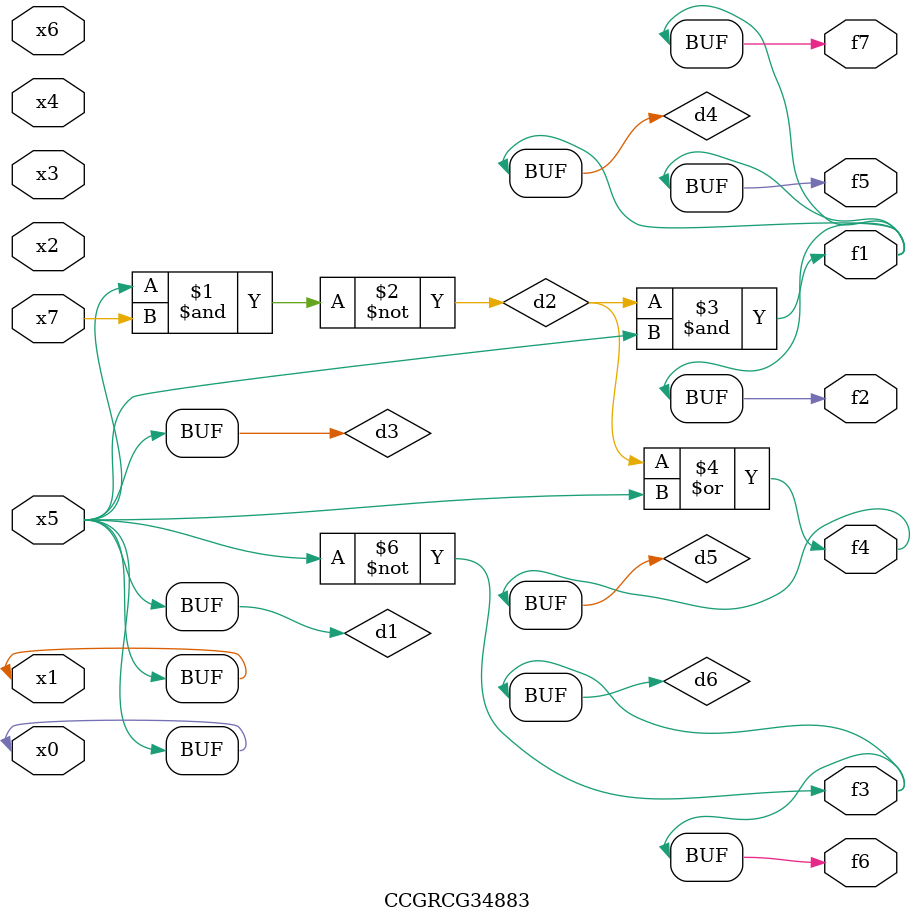
<source format=v>
module CCGRCG34883(
	input x0, x1, x2, x3, x4, x5, x6, x7,
	output f1, f2, f3, f4, f5, f6, f7
);

	wire d1, d2, d3, d4, d5, d6;

	buf (d1, x0, x5);
	nand (d2, x5, x7);
	buf (d3, x0, x1);
	and (d4, d2, d3);
	or (d5, d2, d3);
	nor (d6, d1, d3);
	assign f1 = d4;
	assign f2 = d4;
	assign f3 = d6;
	assign f4 = d5;
	assign f5 = d4;
	assign f6 = d6;
	assign f7 = d4;
endmodule

</source>
